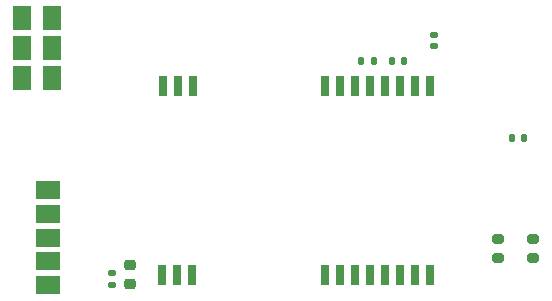
<source format=gbr>
%TF.GenerationSoftware,KiCad,Pcbnew,(6.0.4)*%
%TF.CreationDate,2023-04-22T21:53:26+09:00*%
%TF.ProjectId,kaguya-elec,6b616775-7961-42d6-956c-65632e6b6963,rev?*%
%TF.SameCoordinates,Original*%
%TF.FileFunction,Paste,Bot*%
%TF.FilePolarity,Positive*%
%FSLAX46Y46*%
G04 Gerber Fmt 4.6, Leading zero omitted, Abs format (unit mm)*
G04 Created by KiCad (PCBNEW (6.0.4)) date 2023-04-22 21:53:26*
%MOMM*%
%LPD*%
G01*
G04 APERTURE LIST*
G04 Aperture macros list*
%AMRoundRect*
0 Rectangle with rounded corners*
0 $1 Rounding radius*
0 $2 $3 $4 $5 $6 $7 $8 $9 X,Y pos of 4 corners*
0 Add a 4 corners polygon primitive as box body*
4,1,4,$2,$3,$4,$5,$6,$7,$8,$9,$2,$3,0*
0 Add four circle primitives for the rounded corners*
1,1,$1+$1,$2,$3*
1,1,$1+$1,$4,$5*
1,1,$1+$1,$6,$7*
1,1,$1+$1,$8,$9*
0 Add four rect primitives between the rounded corners*
20,1,$1+$1,$2,$3,$4,$5,0*
20,1,$1+$1,$4,$5,$6,$7,0*
20,1,$1+$1,$6,$7,$8,$9,0*
20,1,$1+$1,$8,$9,$2,$3,0*%
G04 Aperture macros list end*
%ADD10R,2.000000X1.500000*%
%ADD11R,1.500000X2.000000*%
%ADD12RoundRect,0.140000X0.170000X-0.140000X0.170000X0.140000X-0.170000X0.140000X-0.170000X-0.140000X0*%
%ADD13RoundRect,0.218750X-0.256250X0.218750X-0.256250X-0.218750X0.256250X-0.218750X0.256250X0.218750X0*%
%ADD14RoundRect,0.135000X-0.185000X0.135000X-0.185000X-0.135000X0.185000X-0.135000X0.185000X0.135000X0*%
%ADD15RoundRect,0.140000X-0.140000X-0.170000X0.140000X-0.170000X0.140000X0.170000X-0.140000X0.170000X0*%
%ADD16RoundRect,0.135000X0.135000X0.185000X-0.135000X0.185000X-0.135000X-0.185000X0.135000X-0.185000X0*%
%ADD17RoundRect,0.200000X-0.275000X0.200000X-0.275000X-0.200000X0.275000X-0.200000X0.275000X0.200000X0*%
%ADD18RoundRect,0.135000X-0.135000X-0.185000X0.135000X-0.185000X0.135000X0.185000X-0.135000X0.185000X0*%
%ADD19R,0.700000X1.800000*%
G04 APERTURE END LIST*
D10*
%TO.C,J19*%
X172730000Y-137486656D03*
X172730000Y-139486656D03*
X172730000Y-141486656D03*
X172730000Y-143486656D03*
X172730000Y-145486656D03*
%TD*%
D11*
%TO.C,J17*%
X173000000Y-128000000D03*
X170500000Y-128000000D03*
X173000000Y-125460000D03*
X170500000Y-125460000D03*
X173000000Y-122920000D03*
X170500000Y-122920000D03*
%TD*%
D12*
%TO.C,C17*%
X205400000Y-125255000D03*
X205400000Y-124295000D03*
%TD*%
D13*
%TO.C,D2*%
X179650000Y-143817500D03*
X179650000Y-145392500D03*
%TD*%
D14*
%TO.C,R10*%
X178150000Y-144445000D03*
X178150000Y-145465000D03*
%TD*%
D15*
%TO.C,C6*%
X212020000Y-133055000D03*
X212980000Y-133055000D03*
%TD*%
D16*
%TO.C,R30*%
X202860000Y-126505000D03*
X201840000Y-126505000D03*
%TD*%
D17*
%TO.C,R5*%
X210800000Y-141580000D03*
X210800000Y-143230000D03*
%TD*%
D18*
%TO.C,R22*%
X199240000Y-126505000D03*
X200260000Y-126505000D03*
%TD*%
D19*
%TO.C,U2*%
X182410000Y-128655000D03*
X183680000Y-128655000D03*
X184950000Y-128655000D03*
X196150000Y-128655000D03*
X197420000Y-128655000D03*
X198690000Y-128655000D03*
X199960000Y-128655000D03*
X201230000Y-128655000D03*
X202500000Y-128655000D03*
X203770000Y-128655000D03*
X205040000Y-128655000D03*
X205010000Y-144655000D03*
X203740000Y-144655000D03*
X202470000Y-144655000D03*
X201200000Y-144655000D03*
X199930000Y-144655000D03*
X198660000Y-144655000D03*
X197390000Y-144655000D03*
X196120000Y-144655000D03*
X184920000Y-144655000D03*
X183650000Y-144655000D03*
X182380000Y-144655000D03*
%TD*%
D17*
%TO.C,R6*%
X213800000Y-141580000D03*
X213800000Y-143230000D03*
%TD*%
M02*

</source>
